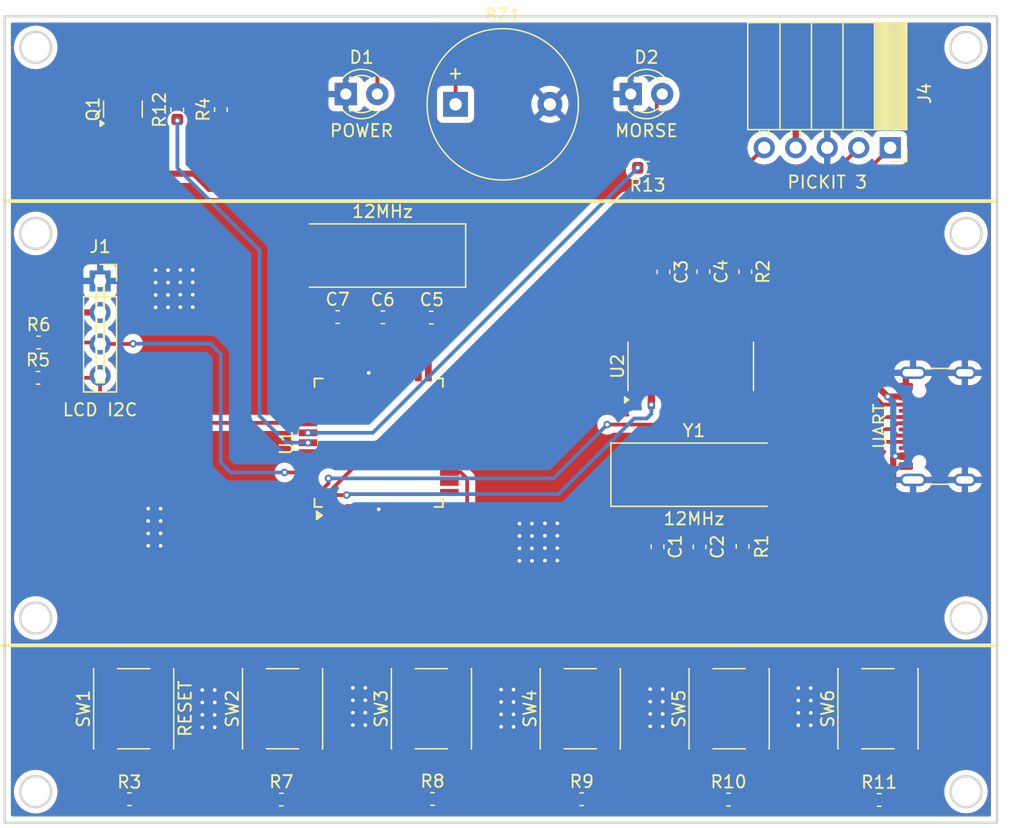
<source format=kicad_pcb>
(kicad_pcb (version 20240108) (generator "pcbnew") (generator_version "8.0")
  (layers (0 "F.Cu" signal) (31 "B.Cu" signal) (34 "B.Paste" user) (35 "F.Paste" user) (36 "B.SilkS" user "B.Silkscreen") (37 "F.SilkS" user "F.Silkscreen") (38 "B.Mask" user) (39 "F.Mask" user) (44 "Edge.Cuts" user))
  (net 0 "")
  (net 1 "Net-(U2-XI)")
  (net 2 "GND")
  (net 3 "Net-(U2-XO)")
  (net 4 "+5V")
  (net 5 "/D+")
  (net 6 "Net-(J2-CC1)")
  (net 7 "/D-")
  (net 9 "Net-(J2-CC2)")
  (net 11 "/TXD")
  (net 12 "/RXD")
  (net 45 "Net-(BZ1--)")
  (net 46 "Net-(U1-RA7{slash}OSC1{slash}CLKIN)")
  (net 47 "Net-(U1-RA6{slash}OSC2{slash}CLKOUT)")
  (net 48 "Net-(D1-A)")
  (net 49 "Net-(D2-A)")
  (net 50 "/SCL")
  (net 51 "/SDA")
  (net 52 "Net-(Q1-B)")
  (net 53 "/SW0")
  (net 54 "/SW1")
  (net 55 "/SW2")
  (net 56 "/SW3")
  (net 57 "/SW4")
  (net 58 "/BUZZER")
  (net 59 "/LED")
  (net 60 "/CLK")
  (net 61 "/DAT")
  (net 62 "/Vpp")
  (footprint "Connector_PinSocket_2.54mm:PinSocket_1x05_P2.54mm_Horizontal" (layer "F.Cu") (at 180.16 79.01 -90)
    (property "Reference" "J4")
    (property "Value" "Conn_01x05_Socket")
  )
  (footprint "Capacitor_SMD:C_0603_1608Metric" (layer "F.Cu") (at 155.29 131.53)
    (property "Reference" "R9")
    (property "Value" "10K")
  )
  (footprint "Capacitor_SMD:C_0603_1608Metric" (layer "F.Cu") (at 131.07 131.56)
    (property "Reference" "R7")
    (property "Value" "10K")
  )
  (footprint "Capacitor_SMD:C_0603_1608Metric" (layer "F.Cu") (at 161.4 111.175 -90)
    (property "Reference" "C1")
    (property "Value" "22p")
  )
  (footprint "LED_THT:LED_D3.0mm" (layer "F.Cu") (at 159.235 74.68)
    (property "Reference" "D2")
    (property "Value" "MORSE")
  )
  (footprint "Button_Switch_SMD:SW_Push_1P1T_NO_6x6mm_H9.5mm" (layer "F.Cu") (at 131.17 124.235 90)
    (property "Reference" "SW2")
    (property "Value" "SW_Push")
  )
  (footprint "Package_SO:SOIC-16_3.9x9.9mm_P1.27mm" (layer "F.Cu") (at 164.075 96.635 90)
    (property "Reference" "U2")
    (property "Value" "CH340G")
  )
  (footprint "Crystal:Crystal_SMD_HC49-SD" (layer "F.Cu") (at 139.23 87.7 180)
    (property "Reference" "Y2" (hide yes))
    (property "Value" "12MHz")
  )
  (footprint "Capacitor_SMD:C_0603_1608Metric" (layer "F.Cu") (at 118.83 131.53 180)
    (property "Reference" "R3")
    (property "Value" "10k")
  )
  (footprint "Capacitor_SMD:C_0603_1608Metric" (layer "F.Cu") (at 161.875 89.025 -90)
    (property "Reference" "C3")
    (property "Value" "10uF")
  )
  (footprint "Package_QFP:TQFP-44_10x10mm_P0.8mm" (layer "F.Cu") (at 138.92 102.79 90)
    (property "Reference" "U1")
    (property "Value" "PIC16F887-I_PT")
  )
  (footprint "Capacitor_SMD:C_0603_1608Metric" (layer "F.Cu") (at 167.125 131.56)
    (property "Reference" "R10")
    (property "Value" "10K")
  )
  (footprint "LED_THT:LED_D3.0mm" (layer "F.Cu") (at 136.27 74.68)
    (property "Reference" "D1")
    (property "Value" "POWER")
  )
  (footprint "Button_Switch_SMD:SW_Push_1P1T_NO_6x6mm_H9.5mm" (layer "F.Cu") (at 179.17 124.235 90)
    (property "Reference" "SW6")
    (property "Value" "SW_Push")
  )
  (footprint "Button_Switch_SMD:SW_Push_1P1T_NO_6x6mm_H9.5mm" (layer "F.Cu") (at 119.17 124.235 90)
    (property "Reference" "SW1")
    (property "Value" "RESET")
  )
  (footprint "Crystal:Crystal_SMD_HC49-SD" (layer "F.Cu") (at 164.34 105.37)
    (property "Reference" "Y1")
    (property "Value" "12MHz")
  )
  (footprint "Capacitor_SMD:C_0603_1608Metric" (layer "F.Cu") (at 143.26 131.51)
    (property "Reference" "R8")
    (property "Value" "10K")
  )
  (footprint "Connector_USB:USB_C_Receptacle_GCT_USB4105-xx-A_16P_TopMnt_Horizontal" (layer "F.Cu") (at 185.1 101.47 90)
    (property "Reference" "J2")
    (property "Value" "USB_C_Receptacle_USB2.0_16P")
  )
  (footprint "Capacitor_SMD:C_0603_1608Metric" (layer "F.Cu") (at 126.2 75.935 90)
    (property "Reference" "R4")
    (property "Value" "330")
  )
  (footprint "Button_Switch_SMD:SW_Push_1P1T_NO_6x6mm_H9.5mm" (layer "F.Cu") (at 167.17 124.235 90)
    (property "Reference" "SW5")
    (property "Value" "SW_Push")
  )
  (footprint "Capacitor_SMD:C_0603_1608Metric" (layer "F.Cu") (at 179.265 131.59)
    (property "Reference" "R11")
    (property "Value" "10K")
  )
  (footprint "Capacitor_SMD:C_0603_1608Metric" (layer "F.Cu") (at 168.475 89.005 -90)
    (property "Reference" "R2")
    (property "Value" "5.1K")
  )
  (footprint "Capacitor_SMD:C_0603_1608Metric" (layer "F.Cu") (at 111.51 94.71)
    (property "Reference" "R6")
    (property "Value" "4.7k")
  )
  (footprint "Capacitor_SMD:C_0603_1608Metric" (layer "F.Cu") (at 111.46 97.56)
    (property "Reference" "R5")
    (property "Value" "4.7k")
  )
  (footprint "Capacitor_SMD:C_0603_1608Metric" (layer "F.Cu") (at 164.79 111.185 -90)
    (property "Reference" "C2")
    (property "Value" "22p")
  )
  (footprint "Capacitor_SMD:C_0603_1608Metric" (layer "F.Cu") (at 143.15 92.7 180)
    (property "Reference" "C5")
    (property "Value" "100n")
  )
  (footprint "Capacitor_SMD:C_0603_1608Metric" (layer "F.Cu") (at 122.68 75.95 90)
    (property "Reference" "R12")
    (property "Value" "1K")
  )
  (footprint "Capacitor_SMD:C_0603_1608Metric" (layer "F.Cu") (at 135.61 92.66)
    (property "Reference" "C7")
    (property "Value" "22p")
  )
  (footprint "Button_Switch_SMD:SW_Push_1P1T_NO_6x6mm_H9.5mm" (layer "F.Cu") (at 143.17 124.235 90)
    (property "Reference" "SW3")
    (property "Value" "SW_Push")
  )
  (footprint "Package_TO_SOT_SMD:SOT-23" (layer "F.Cu") (at 118.3 75.8975 90)
    (property "Reference" "Q1")
    (property "Value" "S8550")
  )
  (footprint "Capacitor_SMD:C_0603_1608Metric" (layer "F.Cu") (at 160.58 80.63)
    (property "Reference" "R13")
    (property "Value" "330")
  )
  (footprint "Capacitor_SMD:C_0603_1608Metric" (layer "F.Cu") (at 165.095 88.995 -90)
    (property "Reference" "C4")
    (property "Value" "100nF")
  )
  (footprint "Connector_PinSocket_2.54mm:PinSocket_1x04_P2.54mm_Vertical" (layer "F.Cu") (at 116.46 89.75)
    (property "Reference" "J1")
    (property "Value" "LCD I2C")
  )
  (footprint "Capacitor_SMD:C_0603_1608Metric" (layer "F.Cu") (at 139.26 92.68 180)
    (property "Reference" "C6")
    (property "Value" "22p")
  )
  (footprint "Button_Switch_SMD:SW_Push_1P1T_NO_6x6mm_H9.5mm" (layer "F.Cu") (at 155.17 124.235 90)
    (property "Reference" "SW4")
    (property "Value" "SW_Push")
  )
  (footprint "Buzzer_Beeper:Buzzer_12x9.5RM7.6" (layer "F.Cu") (at 145.12 75.51)
    (property "Reference" "BZ1")
    (property "Value" "Buzzer")
  )
  (footprint "Capacitor_SMD:C_0603_1608Metric" (layer "F.Cu") (at 168.255 111.155 90)
    (property "Reference" "R1")
    (property "Value" "5.1K")
  )
  (gr_line (start 116.17 97.92) (end 116.17 89.32) (stroke (width 0.2)) (layer "F.SilkS"))
  (gr_line (start 108.712 83.312) (end 188.822 83.312) (stroke (width 0.3)) (layer "F.SilkS"))
  (gr_line (start 116.77 97.92) (end 116.17 97.92) (stroke (width 0.2)) (layer "F.SilkS"))
  (gr_line (start 108.542 119.126) (end 188.822 119.126) (stroke (width 0.3)) (layer "F.SilkS"))
  (gr_line (start 116.77 89.32) (end 116.77 97.92) (stroke (width 0.2)) (layer "F.SilkS"))
  (gr_line (start 116.17 89.32) (end 116.77 89.32) (stroke (width 0.2)) (layer "F.SilkS"))
  (gr_line (start 188.77 133.42) (end 188.77 68.42) (stroke (width 0.2)) (layer "Edge.Cuts"))
  (gr_circle (center 186.27 130.92) (end 187.52 130.92) (stroke (width 0.2)) (fill none) (layer "Edge.Cuts"))
  (gr_line (start 108.77 133.42) (end 108.77 68.42) (stroke (width 0.2)) (layer "Edge.Cuts"))
  (gr_circle (center 111.27 116.92) (end 112.52 116.92) (stroke (width 0.2)) (fill none) (layer "Edge.Cuts"))
  (gr_circle (center 111.27 130.92) (end 112.52 130.92) (stroke (width 0.2)) (fill none) (layer "Edge.Cuts"))
  (gr_circle (center 186.27 85.92) (end 187.52 85.92) (stroke (width 0.2)) (fill none) (layer "Edge.Cuts"))
  (gr_circle (center 111.27 85.92) (end 112.52 85.92) (stroke (width 0.2)) (fill none) (layer "Edge.Cuts"))
  (gr_circle (center 186.27 70.92) (end 187.52 70.92) (stroke (width 0.2)) (fill none) (layer "Edge.Cuts"))
  (gr_circle (center 111.27 70.92) (end 112.52 70.92) (stroke (width 0.2)) (fill none) (layer "Edge.Cuts"))
  (gr_circle (center 186.27 116.92) (end 187.52 116.92) (stroke (width 0.2)) (fill none) (layer "Edge.Cuts"))
  (gr_line (start 108.77 133.42) (end 188.77 133.42) (stroke (width 0.2)) (layer "Edge.Cuts"))
  (gr_line (start 188.77 68.42) (end 108.77 68.42) (stroke (width 0.2)) (layer "Edge.Cuts"))
  (segment (start 160.09 105.37) (end 160.09 106.05) (width 0.3) (layer "F.Cu") (net 1))
  (segment (start 161.4 107.36) (end 161.4 110.4) (width 0.3) (layer "F.Cu") (net 1))
  (segment (start 160.09 105.37) (end 161.52 105.37) (width 0.3) (layer "F.Cu") (net 1))
  (segment (start 167.25 99.64) (end 167.25 99.11) (width 0.3) (layer "F.Cu") (net 1))
  (segment (start 161.52 105.37) (end 167.25 99.64) (width 0.3) (layer "F.Cu") (net 1))
  (segment (start 160.09 106.05) (end 161.4 107.36) (width 0.3) (layer "F.Cu") (net 1))
  (via (at 136.84 124.55) (size 0.6) (drill 0.3) (layers "F.Cu" "B.Cu") (net 2))
  (via (at 161.81 124.66) (size 0.6) (drill 0.3) (layers "F.Cu" "B.Cu") (net 2))
  (via (at 121.34 111.1) (size 0.6) (drill 0.3) (layers "F.Cu" "B.Cu") (net 2))
  (via (at 151.27 111.31) (size 0.6) (drill 0.3) (layers "F.Cu" "B.Cu") (net 2))
  (via (at 160.81 122.66) (size 0.6) (drill 0.3) (layers "F.Cu" "B.Cu") (net 2))
  (via (at 122.93 91.86) (size 0.6) (drill 0.3) (layers "F.Cu" "B.Cu") (net 2))
  (via (at 120.34 110.1) (size 0.6) (drill 0.3) (layers "F.Cu" "B.Cu") (net 2))
  (via (at 160.81 123.66) (size 0.6) (drill 0.3) (layers "F.Cu" "B.Cu") (net 2))
  (via (at 138.12 97.16) (size 0.6) (drill 0.3) (layers "F.Cu" "B.Cu") (net 2))
  (via (at 152.32 111.29) (size 0.6) (drill 0.3) (layers "F.Cu" "B.Cu") (net 2))
  (via (at 137.84 122.55) (size 0.6) (drill 0.3) (layers "F.Cu" "B.Cu") (net 2))
  (via (at 153.32 110.29) (size 0.6) (drill 0.3) (layers "F.Cu" "B.Cu") (net 2))
  (via (at 120.34 111.1) (size 0.6) (drill 0.3) (layers "F.Cu" "B.Cu") (net 2))
  (via (at 149.79 122.69) (size 0.6) (drill 0.3) (layers "F.Cu" "B.Cu") (net 2))
  (via (at 120.34 108.1) (size 0.6) (drill 0.3) (layers "F.Cu" "B.Cu") (net 2))
  (via (at 160.81 125.66) (size 0.6) (drill 0.3) (layers "F.Cu" "B.Cu") (net 2))
  (via (at 150.27 110.31) (size 0.6) (drill 0.3) (layers "F.Cu" "B.Cu") (net 2))
  (via (at 120.94 88.88) (size 0.6) (drill 0.3) (layers "F.Cu" "B.Cu") (net 2))
  (via (at 151.27 110.31) (size 0.6) (drill 0.3) (layers "F.Cu" "B.Cu") (net 2))
  (via (at 121.34 108.1) (size 0.6) (drill 0.3) (layers "F.Cu" "B.Cu") (net 2))
  (via (at 121.94 88.88) (size 0.6) (drill 0.3) (layers "F.Cu" "B.Cu") (net 2))
  (via (at 121.94 89.88) (size 0.6) (drill 0.3) (layers "F.Cu" "B.Cu") (net 2))
  (via (at 173.75 125.57) (size 0.6) (drill 0.3) (layers "F.Cu" "B.Cu") (net 2))
  (via (at 123.93 91.86) (size 0.6) (drill 0.3) (layers "F.Cu" "B.Cu") (net 2))
  (via (at 161.81 123.66) (size 0.6) (drill 0.3) (layers "F.Cu" "B.Cu") (net 2))
  (via (at 172.75 122.57) (size 0.6) (drill 0.3) (layers "F.Cu" "B.Cu") (net 2))
  (via (at 136.84 122.55) (size 0.6) (drill 0.3) (layers "F.Cu" "B.Cu") (net 2))
  (via (at 152.32 112.29) (size 0.6) (drill 0.3) (layers "F.Cu" "B.Cu") (net 2))
  (via (at 123.93 89.86) (size 0.6) (drill 0.3) (layers "F.Cu" "B.Cu") (net 2))
  (via (at 122.93 88.86) (size 0.6) (drill 0.3) (layers "F.Cu" "B.Cu") (net 2))
  (via (at 121.34 109.1) (size 0.6) (drill 0.3) (layers "F.Cu" "B.Cu") (net 2))
  (via (at 120.94 89.88) (size 0.6) (drill 0.3) (layers "F.Cu" "B.Cu") (net 2))
  (via (at 124.7 122.73) (size 0.6) (drill 0.3) (layers "F.Cu" "B.Cu") (net 2))
  (via (at 149.79 123.69) (size 0.6) (drill 0.3) (layers "F.Cu" "B.Cu") (net 2))
  (via (at 120.94 91.88) (size 0.6) (drill 0.3) (layers "F.Cu" "B.Cu") (net 2))
  (via (at 150.27 111.31) (size 0.6) (drill 0.3) (layers "F.Cu" "B.Cu") (net 2))
  (via (at 148.79 123.69) (size 0.6) (drill 0.3) (layers "F.Cu" "B.Cu") (net 2))
  (via (at 137.84 123.55) (size 0.6) (drill 0.3) (layers "F.Cu" "B.Cu") (net 2))
  (via (at 161.81 122.66) (size 0.6) (drill 0.3) (layers "F.Cu" "B.Cu") (net 2))
  (via (at 137.84 125.55) (size 0.6) (drill 0.3) (layers "F.Cu" "B.Cu") (net 2))
  (via (at 120.34 109.1) (size 0.6) (drill 0.3) (layers "F.Cu" "B.Cu") (net 2))
  (via (at 121.94 91.88) (size 0.6) (drill 0.3) (layers "F.Cu" "B.Cu") (net 2))
  (via (at 150.27 112.31) (size 0.6) (drill 0.3) (layers "F.Cu" "B.Cu") (net 2))
  (via (at 153.32 111.29) (size 0.6) (drill 0.3) (layers "F.Cu" "B.Cu") (net 2))
  (via (at 160.81 124.66) (size 0.6) (drill 0.3) (layers "F.Cu" "B.Cu") (net 2))
  (via (at 173.75 122.57) (size 0.6) (drill 0.3) (layers "F.Cu" "B.Cu") (net 2))
  (via (at 172.75 123.57) (size 0.6) (drill 0.3) (layers "F.Cu" "B.Cu") (net 2))
  (via (at 150.27 109.31) (size 0.6) (drill 0.3) (layers "F.Cu" "B.Cu") (net 2))
  (via (at 148.79 125.69) (size 0.6) (drill 0.3) (layers "F.Cu" "B.Cu") (net 2))
  (via (at 123.93 88.86) (size 0.6) (drill 0.3) (layers "F.Cu" "B.Cu") (net 2))
  (via (at 138.92 108.16) (size 0.6) (drill 0.3) (layers "F.Cu" "B.Cu") (net 2))
  (via (at 121.34 110.1) (size 0.6) (drill 0.3) (layers "F.Cu" "B.Cu") (net 2))
  (via (at 148.79 124.69) (size 0.6) (drill 0.3) (layers "F.Cu" "B.Cu") (net 2))
  (via (at 173.75 123.57) (size 0.6) (drill 0.3) (layers "F.Cu" "B.Cu") (net 2))
  (via (at 136.84 123.55) (size 0.6) (drill 0.3) (layers "F.Cu" "B.Cu") (net 2))
  (via (at 149.79 124.69) (size 0.6) (drill 0.3) (layers "F.Cu" "B.Cu") (net 2))
  (via (at 124.7 125.73) (size 0.6) (drill 0.3) (layers "F.Cu" "B.Cu") (net 2))
  (via (at 122.93 89.86) (size 0.6) (drill 0.3) (layers "F.Cu" "B.Cu") (net 2))
  (via (at 125.7 122.73) (size 0.6) (drill 0.3) (layers "F.Cu" "B.Cu") (net 2))
  (via (at 122.93 90.86) (size 0.6) (drill 0.3) (layers "F.Cu" "B.Cu") (net 2))
  (via (at 125.7 124.73) (size 0.6) (drill 0.3) (layers "F.Cu" "B.Cu") (net 2))
  (via (at 148.79 122.69) (size 0.6) (drill 0.3) (layers "F.Cu" "B.Cu") (net 2))
  (via (at 125.7 125.73) (size 0.6) (drill 0.3) (layers "F.Cu" "B.Cu") (net 2))
  (via (at 151.27 109.31) (size 0.6) (drill 0.3) (layers "F.Cu" "B.Cu") (net 2))
  (via (at 153.32 112.29) (size 0.6) (drill 0.3) (layers "F.Cu" "B.Cu") (net 2))
  (via (at 123.93 90.86) (size 0.6) (drill 0.3) (layers "F.Cu" "B.Cu") (net 2))
  (via (at 124.7 124.73) (size 0.6) (drill 0.3) (layers "F.Cu" "B.Cu") (net 2))
  (via (at 121.94 90.88) (size 0.6) (drill 0.3) (layers "F.Cu" "B.Cu") (net 2))
  (via (at 120.94 90.88) (size 0.6) (drill 0.3) (layers "F.Cu" "B.Cu") (net 2))
  (via (at 172.75 125.57) (size 0.6) (drill 0.3) (layers "F.Cu" "B.Cu") (net 2))
  (via (at 136.84 125.55) (size 0.6) (drill 0.3) (layers "F.Cu" "B.Cu") (net 2))
  (via (at 172.75 124.57) (size 0.6) (drill 0.3) (layers "F.Cu" "B.Cu") (net 2))
  (via (at 153.32 109.29) (size 0.6) (drill 0.3) (layers "F.Cu" "B.Cu") (net 2))
  (via (at 124.7 123.73) (size 0.6) (drill 0.3) (layers "F.Cu" "B.Cu") (net 2))
  (via (at 149.79 125.69) (size 0.6) (drill 0.3) (layers "F.Cu" "B.Cu") (net 2))
  (via (at 137.84 124.55) (size 0.6) (drill 0.3) (layers "F.Cu" "B.Cu") (net 2))
  (via (at 125.7 123.73) (size 0.6) (drill 0.3) (layers "F.Cu" "B.Cu") (net 2))
  (via (at 151.27 112.31) (size 0.6) (drill 0.3) (layers "F.Cu" "B.Cu") (net 2))
  (via (at 152.32 110.29) (size 0.6) (drill 0.3) (layers "F.Cu" "B.Cu") (net 2))
  (via (at 161.81 125.66) (size 0.6) (drill 0.3) (layers "F.Cu" "B.Cu") (net 2))
  (via (at 152.32 109.29) (size 0.6) (drill 0.3) (layers "F.Cu" "B.Cu") (net 2))
  (via (at 173.75 124.57) (size 0.6) (drill 0.3) (layers "F.Cu" "B.Cu") (net 2))
  (segment (start 164.79 109.17) (end 164.79 110.41) (width 0.3) (layer "F.Cu") (net 3))
  (segment (start 168.59 105.37) (end 168.59 99.18) (width 0.3) (layer "F.Cu") (net 3))
  (segment (start 168.59 99.18) (end 168.52 99.11) (width 0.3) (layer "F.Cu") (net 3))
  (segment (start 168.59 105.37) (end 164.79 109.17) (width 0.3) (layer "F.Cu") (net 3))
  (segment (start 131.22 132.485) (end 142.135 132.485) (width 0.5) (layer "F.Cu") (net 4))
  (segment (start 165.095 88.22) (end 161.905 88.22) (width 0.5) (layer "F.Cu") (net 4))
  (segment (start 166.35 131.56) (end 167.35 132.56) (width 0.5) (layer "F.Cu") (net 4))
  (segment (start 110.685 94.76) (end 110.735 94.71) (width 0.5) (layer "F.Cu") (net 4))
  (segment (start 124.72 81.1) (end 126.2 79.62) (width 0.5) (layer "F.Cu") (net 4))
  (segment (start 180.56 103.87) (end 180.395 104.035) (width 0.5) (layer "F.Cu") (net 4))
  (segment (start 154.515 131.53) (end 155.44 132.455) (width 0.5) (layer "F.Cu") (net 4))
  (segment (start 172.66 91.78) (end 172.66 88.65) (width 0.5) (layer "F.Cu") (net 4))
  (segment (start 118.55 132.585) (end 119.605 131.53) (width 0.5) (layer "F.Cu") (net 4))
  (segment (start 179.415 132.515) (end 178.49 131.59) (width 0.5) (layer "F.Cu") (net 4))
  (segment (start 142.135 132.485) (end 142.485 132.135) (width 0.5) (layer "F.Cu") (net 4))
  (segment (start 125.26 82.32) (end 147 82.32) (width 0.5) (layer "F.Cu") (net 4))
  (segment (start 182.64 76.62) (end 180.6 74.58) (width 0.5) (layer "F.Cu") (net 4))
  (segment (start 175.3 74.58) (end 172.54 77.34) (width 0.5) (layer "F.Cu") (net 4))
  (segment (start 179.95 99.07) (end 181.42 99.07) (width 0.5) (layer "F.Cu") (net 4))
  (segment (start 179.09 86.65) (end 182.64 83.1) (width 0.5) (layer "F.Cu") (net 4))
  (segment (start 139.72 108.49) (end 139.72 116.058) (width 0.5) (layer "F.Cu") (net 4))
  (segment (start 177.52 132.56) (end 178.49 131.59) (width 0.5) (layer "F.Cu") (net 4))
  (segment (start 110.735 94.71) (end 110.735 93.565) (width 0.5) (layer "F.Cu") (net 4))
  (segment (start 110.685 97.56) (end 110.685 99.1) (width 0.5) (layer "F.Cu") (net 4))
  (segment (start 180.395 104.035) (end 180.395 114.945) (width 0.5) (layer "F.Cu") (net 4))
  (segment (start 166.335 86.98) (end 165.095 88.22) (width 0.5) (layer "F.Cu") (net 4))
  (segment (start 161.905 88.22) (end 161.875 88.25) (width 0.5) (layer "F.Cu") (net 4))
  (segment (start 119.605 131.53) (end 130.265 131.53) (width 0.5) (layer "F.Cu") (net 4))
  (segment (start 165.455 132.455) (end 166.35 131.56) (width 0.5) (layer "F.Cu") (net 4))
  (segment (start 179.95 99.07) (end 179.74 98.86) (width 0.5) (layer "F.Cu") (net 4))
  (segment (start 148.95 84.27) (end 148.95 87.93) (width 0.5) (layer "F.Cu") (net 4))
  (segment (start 138.92 95.965) (end 138.92 97.09) (width 0.5) (layer "F.Cu") (net 4))
  (segment (start 112.01 92.29) (end 113.62 92.29) (width 0.5) (layer "F.Cu") (net 4))
  (segment (start 159.63 88.9) (end 159.63 94.16) (width 0.5) (layer "F.Cu") (net 4))
  (segment (start 179.09 98.21) (end 179.09 86.65) (width 0.5) (layer "F.Cu") (net 4))
  (segment (start 180.395 114.945) (end 183.61 118.16) (width 0.5) (layer "F.Cu") (net 4))
  (segment (start 172.66 88.65) (end 170.99 86.98) (width 0.5) (layer "F.Cu") (net 4))
  (segment (start 153.485 132.56) (end 154.515 131.53) (width 0.5) (layer "F.Cu") (net 4))
  (segment (start 126.2 79.62) (end 126.2 76.71) (width 0.5) (layer "F.Cu") (net 4))
  (segment (start 110.735 93.565) (end 112.01 92.29) (width 0.5) (layer "F.Cu") (net 4))
  (segment (start 139.635 95.25) (end 138.92 95.965) (width 0.5) (layer "F.Cu") (net 4))
  (segment (start 117.35 81.1) (end 124.04 81.1) (width 0.5) (layer "F.Cu") (net 4))
  (segment (start 130.295 131.56) (end 131.22 132.485) (width 0.5) (layer "F.Cu") (net 4))
  (segment (start 172.54 77.34) (end 172.54 79.01) (width 0.5) (layer "F.Cu") (net 4))
  (segment (start 110.685 99.1) (end 113.277431 101.692431) (width 0.5) (layer "F.Cu") (net 4))
  (segment (start 179.74 98.86) (end 172.66 91.78) (width 0.5) (layer "F.Cu") (net 4))
  (segment (start 113.277431 129.307431) (end 116.555 132.585) (width 0.5) (layer "F.Cu") (net 4))
  (segment (start 132.737 118.618) (end 130.295 121.06) (width 0.5) (layer "F.Cu") (net 4))
  (segment (start 183.61 131.98) (end 183.075 132.515) (width 0.5) (layer "F.Cu") (net 4))
  (segment (start 170.99 86.98) (end 166.335 86.98) (width 0.5) (layer "F.Cu") (net 4))
  (segment (start 113.277431 101.692431) (end 113.277431 129.307431) (width 0.5) (layer "F.Cu") (net 4))
  (segment (start 181.42 103.87) (end 181.41 103.86) (width 0.5) (layer "F.Cu") (net 4))
  (segment (start 179.74 98.86) (end 179.09 98.21) (width 0.5) (layer "F.Cu") (net 4))
  (segment (start 141.63 95.25) (end 139.635 95.25) (width 0.5) (layer "F.Cu") (net 4))
  (segment (start 183.61 118.16) (end 183.61 131.98) (width 0.5) (layer "F.Cu") (net 4))
  (segment (start 117.35 81.1) (end 117.35 76.835) (width 0.5) (layer "F.Cu") (net 4))
  (segment (start 124.04 81.1) (end 124.72 81.1) (width 0.5) (layer "F.Cu") (net 4))
  (segment (start 130.295 121.06) (end 130.295 131.56) (width 0.5) (layer "F.Cu") (net 4))
  (segment (start 142.485 131.51) (end 143.535 132.56) (width 0.5) (layer "F.Cu") (net 4))
  (segment (start 182.64 83.1) (end 182.64 76.62) (width 0.5) (layer "F.Cu") (net 4))
  (segment (start 116.555 132.585) (end 118.55 132.585) (width 0.5) (layer "F.Cu") (net 4))
  (segment (start 113.62 92.29) (end 116.46 92.29) (width 0.5) (layer "F.Cu") (net 4))
  (segment (start 180.57 103.86) (end 180.56 103.87) (width 0.5) (layer "F.Cu") (net 4))
  (segment (start 117.095 76.58) (end 117.35 76.835) (width 0.5) (layer "F.Cu") (net 4))
  (segment (start 183.075 132.515) (end 179.415 132.515) (width 0.5) (layer "F.Cu") (net 4))
  (segment (start 110.685 97.56) (end 110.685 94.76) (width 0.5) (layer "F.Cu") (net 4))
  (segment (start 139.72 116.058) (end 137.16 118.618) (width 0.5) (layer "F.Cu") (net 4))
  (segment (start 142.485 132.135) (end 142.485 131.51) (width 0.5) (layer "F.Cu") (net 4))
  (segment (start 161.875 88.25) (end 160.28 88.25) (width 0.5) (layer "F.Cu") (net 4))
  (segment (start 124.04 81.1) (end 125.26 82.32) (width 0.5) (layer "F.Cu") (net 4))
  (segment (start 113.62 84.83) (end 117.35 81.1) (width 0.5) (layer "F.Cu") (net 4))
  (segment (start 130.265 131.53) (end 130.295 131.56) (width 0.5) (layer "F.Cu") (net 4))
  (segment (start 113.62 92.29) (end 113.62 84.83) (width 0.5) (layer "F.Cu") (net 4))
  (segment (start 181.41 103.86) (end 180.57 103.86) (width 0.5) (layer "F.Cu") (net 4))
  (segment (start 143.535 132.56) (end 153.485 132.56) (width 0.5) (layer "F.Cu") (net 4))
  (segment (start 167.35 132.56) (end 177.52 132.56) (width 0.5) (layer "F.Cu") (net 4))
  (segment (start 155.44 132.455) (end 165.455 132.455) (width 0.5) (layer "F.Cu") (net 4))
  (segment (start 180.6 74.58) (end 175.3 74.58) (width 0.5) (layer "F.Cu") (net 4))
  (segment (start 160.28 88.25) (end 159.63 88.9) (width 0.5) (layer "F.Cu") (net 4))
  (segment (start 147 82.32) (end 148.95 84.27) (width 0.5) (layer "F.Cu") (net 4))
  (segment (start 137.16 118.618) (end 132.737 118.618) (width 0.5) (layer "F.Cu") (net 4))
  (segment (start 148.95 87.93) (end 141.63 95.25) (width 0.5) (layer "F.Cu") (net 4))
  (via (at 179.95 99.07) (size 0.6) (drill 0.3) (layers "F.Cu" "B.Cu") (net 4))
  (via (at 180.56 103.87) (size 0.6) (drill 0.3) (layers "F.Cu" "B.Cu") (net 4))
  (segment (start 180.4 103.71) (end 180.56 103.87) (width 0.5) (layer "B.Cu") (net 4))
  (segment (start 180.4 99.52) (end 180.4 103.71) (width 0.5) (layer "B.Cu") (net 4))
  (segment (start 179.95 99.07) (end 180.4 99.52) (width 0.5) (layer "B.Cu") (net 4))
  (segment (start 164.71 98.135001) (end 165.817001 97.028) (width 0.3) (layer "F.Cu") (net 5))
  (segment (start 181.42 100.72) (end 182.09812 100.72) (width 0.3) (layer "F.Cu") (net 5))
  (segment (start 182.345 101.535) (end 182.16 101.72) (width 0.3) (layer "F.Cu") (net 5))
  (segment (start 182.09812 100.72) (end 182.345 100.96688) (width 0.3) (layer "F.Cu") (net 5))
  (segment (start 175.618 97.028) (end 179.31 100.72) (width 0.3) (layer "F.Cu") (net 5))
  (segment (start 165.817001 97.028) (end 175.618 97.028) (width 0.3) (layer "F.Cu") (net 5))
  (segment (start 182.345 100.96688) (end 182.345 101.535) (width 0.3) (layer "F.Cu") (net 5))
  (segment (start 179.31 100.72) (end 181.42 100.72) (width 0.3) (layer "F.Cu") (net 5))
  (segment (start 182.16 101.72) (end 181.42 101.72) (width 0.3) (layer "F.Cu") (net 5))
  (segment (start 164.71 99.11) (end 164.71 98.135001) (width 0.3) (layer "F.Cu") (net 5))
  (segment (start 177.71 102.72) (end 181.42 102.72) (width 0.3) (layer "F.Cu") (net 6))
  (segment (start 170.05 110.38) (end 177.71 102.72) (width 0.3) (layer "F.Cu") (net 6))
  (segment (start 168.255 110.38) (end 170.05 110.38) (width 0.3) (layer "F.Cu") (net 6))
  (segment (start 180.74188 102.22) (end 181.42 102.22) (width 0.3) (layer "F.Cu") (net 7))
  (segment (start 166.579001 97.536) (end 174.156 97.536) (width 0.3) (layer "F.Cu") (net 7))
  (segment (start 180.25 101.72812) (end 180.74188 102.22) (width 0.3) (layer "F.Cu") (net 7))
  (segment (start 165.98 99.11) (end 165.98 98.135001) (width 0.3) (layer "F.Cu") (net 7))
  (segment (start 181.42 101.22) (end 180.72 101.22) (width 0.3) (layer "F.Cu") (net 7))
  (segment (start 178.31 101.69) (end 180.25 101.69) (width 0.3) (layer "F.Cu") (net 7))
  (segment (start 165.98 98.135001) (end 166.579001 97.536) (width 0.3) (layer "F.Cu") (net 7))
  (segment (start 180.72 101.22) (end 180.25 101.69) (width 0.3) (layer "F.Cu") (net 7))
  (segment (start 180.25 101.69) (end 180.25 101.72812) (width 0.3) (layer "F.Cu") (net 7))
  (segment (start 174.156 97.536) (end 178.31 101.69) (width 0.3) (layer "F.Cu") (net 7))
  (segment (start 179.57 99.72) (end 181.42 99.72) (width 0.3) (layer "F.Cu") (net 9))
  (segment (start 171.98 92.13) (end 179.57 99.72) (width 0.3) (layer "F.Cu") (net 9))
  (segment (start 171.98 89.12) (end 171.98 92.13) (width 0.3) (layer "F.Cu") (net 9))
  (segment (start 171.09 88.23) (end 171.98 89.12) (width 0.3) (layer "F.Cu") (net 9))
  (segment (start 168.475 88.23) (end 171.09 88.23) (width 0.3) (layer "F.Cu") (net 9))
  (segment (start 135.475 107.01) (end 134.92 107.565) (width 0.3) (layer "F.Cu") (net 11))
  (segment (start 136.34 107.01) (end 135.475 107.01) (width 0.3) (layer "F.Cu") (net 11))
  (segment (start 134.92 107.565) (end 134.92 108.49) (width 0.3) (layer "F.Cu") (net 11))
  (via (at 136.34 107.01) (size 0.6) (drill 0.3) (layers "F.Cu" "B.Cu") (net 11))
  (via (at 160.9 99.73) (size 0.6) (drill 0.3) (layers "F.Cu" "B.Cu") (net 11))
  (segment (start 153.416 106.934) (end 159.512 100.838) (width 0.3) (layer "B.Cu") (net 11))
  (segment (start 159.512 100.838) (end 160.528 100.838) (width 0.3) (layer "B.Cu") (net 11))
  (segment (start 136.416 106.934) (end 153.416 106.934) (width 0.3) (layer "B.Cu") (net 11))
  (segment (start 160.9 100.466) (end 160.9 99.73) (width 0.3) (layer "B.Cu") (net 11))
  (segment (start 160.528 100.838) (end 160.9 100.466) (width 0.3) (layer "B.Cu") (net 11))
  (segment (start 136.34 107.01) (end 136.416 106.934) (width 0.3) (layer "B.Cu") (net 11))
  (segment (start 157.34 101.33) (end 161.16 101.33) (width 0.3) (layer "F.Cu") (net 12))
  (segment (start 162.17 100.32) (end 162.17 99.11) (width 0.3) (layer "F.Cu") (net 12))
  (segment (start 134.874 105.664) (end 134.874 106.061) (width 0.3) (layer "F.Cu") (net 12))
  (segment (start 134.874 106.061) (end 134.145 106.79) (width 0.3) (layer "F.Cu") (net 12))
  (segment (start 134.145 106.79) (end 133.22 106.79) (width 0.3) (layer "F.Cu") (net 12))
  (segment (start 161.16 101.33) (end 162.17 100.32) (width 0.3) (layer "F.Cu") (net 12))
  (via (at 134.874 105.664) (size 0.6) (drill 0.3) (layers "F.Cu" "B.Cu") (net 12))
  (via (at 157.34 101.33) (size 0.6) (drill 0.3) (layers "F.Cu" "B.Cu") (net 12))
  (segment (start 153.006 105.664) (end 157.34 101.33) (width 0.3) (layer "B.Cu") (net 12))
  (segment (start 134.874 105.664) (end 153.006 105.664) (width 0.3) (layer "B.Cu") (net 12))
  (segment (start 143.13 69.63) (end 143.13 69.64) (width 0.3) (layer "F.Cu") (net 45))
  (segment (start 118.3 74.96) (end 123.63 69.63) (width 0.3) (layer "F.Cu") (net 45))
  (segment (start 145.12 71.63) (end 145.12 75.51) (width 0.3) (layer "F.Cu") (net 45))
  (segment (start 143.13 69.64) (end 145.12 71.63) (width 0.3) (layer "F.Cu") (net 45))
  (segment (start 123.63 69.63) (end 143.13 69.63) (width 0.3) (layer "F.Cu") (net 45))
  (segment (start 137.32 95.449408) (end 143.48 89.289408) (width 0.3) (layer "F.Cu") (net 46))
  (segment (start 137.32 97.09) (end 137.32 95.449408) (width 0.3) (layer "F.Cu") (net 46))
  (segment (start 143.48 89.289408) (end 143.48 87.7) (width 0.3) (layer "F.Cu") (net 46))
  (segment (start 134.98 92.37) (end 134.98 87.7) (width 0.3) (layer "F.Cu") (net 47))
  (segment (start 134.835 92.515) (end 134.98 92.37) (width 0.3) (layer "F.Cu") (net 47))
  (segment (start 136.52 94.345) (end 136.52 97.09) (width 0.3) (layer "F.Cu") (net 47))
  (segment (start 134.835 92.66) (end 134.835 92.515) (width 0.3) (layer "F.Cu") (net 47))
  (segment (start 134.835 92.66) (end 136.52 94.345) (width 0.3) (layer "F.Cu") (net 47))
  (segment (start 126.2 75.16) (end 126.2 73) (width 0.3) (layer "F.Cu") (net 48))
  (segment (start 126.2 73) (end 128.38 70.82) (width 0.3) (layer "F.Cu") (net 48))
  (segment (start 136.99 70.82) (end 138.81 72.64) (width 0.3) (layer "F.Cu") (net 48))
  (segment (start 128.38 70.82) (end 136.99 70.82) (width 0.3) (layer "F.Cu") (net 48))
  (segment (start 138.81 72.64) (end 138.81 74.68) (width 0.3) (layer "F.Cu") (net 48))
  (segment (start 161.335 80.61) (end 161.335 75.12) (width 0.3) (layer "F.Cu") (net 49))
  (segment (start 161.355 80.63) (end 161.335 80.61) (width 0.3) (layer "F.Cu") (net 49))
  (segment (start 161.335 75.12) (end 161.775 74.68) (width 0.3) (layer "F.Cu") (net 49))
  (segment (start 112.235 97.56) (end 116.27 97.56) (width 0.3) (layer "F.Cu") (net 50))
  (segment (start 117.81 101.19) (end 133.22 101.19) (width 0.3) (layer "F.Cu") (net 50))
  (segment (start 116.27 97.56) (end 116.46 97.37) (width 0.3) (layer "F.Cu") (net 50))
  (segment (start 116.46 97.37) (end 116.46 99.84) (width 0.3) (layer "F.Cu") (net 50))
  (segment (start 116.46 99.84) (end 117.81 101.19) (width 0.3) (layer "F.Cu") (net 50))
  (segment (start 116.34 94.71) (end 116.46 94.83) (width 0.3) (layer "F.Cu") (net 51))
  (segment (start 112.285 94.71) (end 116.34 94.71) (width 0.3) (layer "F.Cu") (net 51))
  (segment (start 133.22 105.19) (end 131.33 105.19) (width 0.3) (layer "F.Cu") (net 51))
  (segment (start 119.09 94.83) (end 119.11 94.81) (width 0.3) (layer "F.Cu") (net 51))
  (segment (start 116.46 94.83) (end 119.09 94.83) (width 0.3) (layer "F.Cu") (net 51))
  (via (at 119.11 94.81) (size 0.6) (drill 0.3) (layers "F.Cu" "B.Cu") (net 51))
  (via (at 131.33 105.19) (size 0.6) (drill 0.3) (layers "F.Cu" "B.Cu") (net 51))
  (segment (start 126.19 104.38) (end 127 105.19) (width 0.3) (layer "B.Cu") (net 51))
  (segment (start 127 105.19) (end 131.33 105.19) (width 0.3) (layer "B.Cu") (net 51))
  (segment (start 125.36 94.81) (end 126.19 95.64) (width 0.3) (layer "B.Cu") (net 51))
  (segment (start 119.11 94.81) (end 125.36 94.81) (width 0.3) (layer "B.Cu") (net 51))
  (segment (start 126.19 95.64) (end 126.19 104.38) (width 0.3) (layer "B.Cu") (net 51))
  (segment (start 120.91 75.175) (end 119.25 76.835) (width 0.3) (layer "F.Cu") (net 52))
  (segment (start 122.68 75.175) (end 120.91 75.175) (width 0.3) (layer "F.Cu") (net 52))
  (segment (start 133.42 120.26) (end 136.88 120.26) (width 0.3) (layer "F.Cu") (net 53))
  (segment (start 131.845 131.56) (end 131.845 129.785) (width 0.3) (layer "F.Cu") (net 53))
  (segment (start 136.88 120.26) (end 140.52 116.62) (width 0.3) (layer "F.Cu") (net 53))
  (segment (start 140.52 116.62) (end 140.52 108.49) (width 0.3) (layer "F.Cu") (net 53))
  (segment (start 133.42 120.26) (end 133.42 128.21) (width 0.3) (layer "F.Cu") (net 53))
  (segment (start 131.845 129.785) (end 133.42 128.21) (width 0.3) (layer "F.Cu") (net 53))
  (segment (start 145.2 120.26) (end 145.42 120.26) (width 0.3) (layer "F.Cu") (net 54))
  (segment (start 144.035 129.595) (end 145.42 128.21) (width 0.3) (layer "F.Cu") (net 54))
  (segment (start 144.035 131.51) (end 144.035 129.595) (width 0.3) (layer "F.Cu") (net 54))
  (segment (start 141.32 108.49) (end 141.32 116.38) (width 0.3) (layer "F.Cu") (net 54))
  (segment (start 145.42 120.26) (end 145.42 128.21) (width 0.3) (layer "F.Cu") (net 54))
  (segment (start 141.32 116.38) (end 145.2 120.26) (width 0.3) (layer "F.Cu") (net 54))
  (segment (start 142.12 108.49) (end 142.12 115.704) (width 0.3) (layer "F.Cu") (net 55))
  (segment (start 144.546 118.13) (end 155.2 118.13) (width 0.3) (layer "F.Cu") (net 55))
  (segment (start 142.12 115.704) (end 144.546 118.13) (width 0.3) (layer "F.Cu") (net 55))
  (segment (start 157.42 120.26) (end 157.42 128.21) (width 0.3) (layer "F.Cu") (net 55))
  (segment (start 157.33 120.26) (end 157.42 120.26) (width 0.3) (layer "F.Cu") (net 55))
  (segment (start 155.2 118.13) (end 157.33 120.26) (width 0.3) (layer "F.Cu") (net 55))
  (segment (start 156.065 131.53) (end 156.065 129.565) (width 0.3) (layer "F.Cu") (net 55))
  (segment (start 156.065 129.565) (end 157.42 128.21) (width 0.3) (layer "F.Cu") (net 55))
  (segment (start 166.1 116.94) (end 169.42 120.26) (width 0.3) (layer "F.Cu") (net 56))
  (segment (start 142.92 114.98) (end 144.88 116.94) (width 0.3) (layer "F.Cu") (net 56))
  (segment (start 144.88 116.94) (end 166.1 116.94) (width 0.3) (layer "F.Cu") (net 56))
  (segment (start 142.92 108.49) (end 142.92 114.98) (width 0.3) (layer "F.Cu") (net 56))
  (segment (start 167.9 131.56) (end 167.9 129.73) (width 0.3) (layer "F.Cu") (net 56))
  (segment (start 167.9 129.73) (end 169.42 128.21) (width 0.3) (layer "F.Cu") (net 56))
  (segment (start 169.42 120.26) (end 169.42 128.21) (width 0.3) (layer "F.Cu") (net 56))
  (segment (start 181.42 120.26) (end 181.42 128.21) (width 0.3) (layer "F.Cu") (net 57))
  (segment (start 146.05 113.78) (end 148.03 115.76) (width 0.3) (layer "F.Cu") (net 57))
  (segment (start 176.92 115.76) (end 181.42 120.26) (width 0.3) (layer "F.Cu") (net 57))
  (segment (start 180.04 129.59) (end 181.42 128.21) (width 0.3) (layer "F.Cu") (net 57))
  (segment (start 146.05 105.695) (end 146.05 113.78) (width 0.3) (layer "F.Cu") (net 57))
  (segment (start 148.03 115.76) (end 176.92 115.76) (width 0.3) (layer "F.Cu") (net 57))
  (segment (start 145.545 105.19) (end 146.05 105.695) (width 0.3) (layer "F.Cu") (net 57))
  (segment (start 180.04 131.59) (end 180.04 129.59) (width 0.3) (layer "F.Cu") (net 57))
  (segment (start 144.62 105.19) (end 145.545 105.19) (width 0.3) (layer "F.Cu") (net 57))
  (via (at 133.22 102.79) (size 0.6) (drill 0.3) (layers "F.Cu" "B.Cu") (net 58))
  (via (at 122.69 76.825) (size 0.6) (drill 0.3) (layers "F.Cu" "B.Cu") (net 58))
  (segment (start 133.22 102.79) (end 131.47 102.79) (width 0.3) (layer "B.Cu") (net 58))
  (segment (start 122.69 80.65) (end 122.69 76.825) (width 0.3) (layer "B.Cu") (net 58))
  (segment (start 131.47 102.79) (end 129.31 100.63) (width 0.3) (layer "B.Cu") (net 58))
  (segment (start 129.31 87.27) (end 122.69 80.65) (width 0.3) (layer "B.Cu") (net 58))
  (segment (start 129.31 100.63) (end 129.31 87.27) (width 0.3) (layer "B.Cu") (net 58))
  (via (at 133.22 101.99) (size 0.6) (drill 0.3) (layers "F.Cu" "B.Cu") (net 59))
  (via (at 159.805 80.63) (size 0.6) (drill 0.3) (layers "F.Cu" "B.Cu") (net 59))
  (segment (start 138.445 101.99) (end 133.22 101.99) (width 0.3) (layer "B.Cu") (net 59))
  (segment (start 159.805 80.63) (end 138.445 101.99) (width 0.3) (layer "B.Cu") (net 59))
  (segment (start 159.34 84.84) (end 174.33 84.84) (width 0.3) (layer "F.Cu") (net 60))
  (segment (start 144.62 103.59) (end 145.67 103.59) (width 0.3) (layer "F.Cu") (net 60))
  (segment (start 147.35 96.83) (end 159.34 84.84) (width 0.3) (layer "F.Cu") (net 60))
  (segment (start 174.33 84.84) (end 180.16 79.01) (width 0.3) (layer "F.Cu") (net 60))
  (segment (start 147.35 101.91) (end 147.35 96.83) (width 0.3) (layer "F.Cu") (net 60))
  (segment (start 145.67 103.59) (end 147.35 101.91) (width 0.3) (layer "F.Cu") (net 60))
  (segment (start 159.09 84.06) (end 172.57 84.06) (width 0.3) (layer "F.Cu") (net 61))
  (segment (start 172.57 84.06) (end 177.62 79.01) (width 0.3) (layer "F.Cu") (net 61))
  (segment (start 144.62 102.79) (end 145.452106 102.79) (width 0.3) (layer "F.Cu") (net 61))
  (segment (start 146.79 101.452106) (end 146.79 96.36) (width 0.3) (layer "F.Cu") (net 61))
  (segment (start 145.452106 102.79) (end 146.79 101.452106) (width 0.3) (layer "F.Cu") (net 61))
  (segment (start 146.79 96.36) (end 159.09 84.06) (width 0.3) (layer "F.Cu") (net 61))
  (segment (start 146.29 101.245) (end 146.29 95.76) (width 0.3) (layer "F.Cu") (net 62))
  (segment (start 145.545 101.99) (end 146.29 101.245) (width 0.3) (layer "F.Cu") (net 62))
  (segment (start 158.86 83.19) (end 165.82 83.19) (width 0.3) (layer "F.Cu") (net 62))
  (segment (start 139.69 101.99) (end 121.42 120.26) (width 0.3) (layer "F.Cu") (net 62))
  (segment (start 118.055 131.53) (end 118.1 131.53) (width 0.3) (layer "F.Cu") (net 62))
  (segment (start 121.42 120.26) (end 121.42 128.21) (width 0.3) (layer "F.Cu") (net 62))
  (segment (start 165.82 83.19) (end 170 79.01) (width 0.3) (layer "F.Cu") (net 62))
  (segment (start 144.62 101.99) (end 139.69 101.99) (width 0.3) (layer "F.Cu") (net 62))
  (segment (start 146.29 95.76) (end 158.86 83.19) (width 0.3) (layer "F.Cu") (net 62))
  (segment (start 118.1 131.53) (end 121.42 128.21) (width 0.3) (layer "F.Cu") (net 62))
  (segment (start 144.62 101.99) (end 145.545 101.99) (width 0.3) (layer "F.Cu") (net 62))
  (zone (net 0) (net_name "") (layer "F.Cu") (connect_pads (clearance 0)) (min_thickness 0.25)
    (keepout (tracks allowed) (vias allowed) (pads allowed) (copperpour not_allowed) (footprints allowed))
    (fill (thermal_gap 0.5) (thermal_bridge_width 0.5))
    (polygon (pts (xy 146.44 115.36) (xy 146.51 120.37) (xy 140.84 116.13) (xy 141.2 113.67)))
  )
  (zone (net 0) (net_name "") (layer "F.Cu") (connect_pads (clearance 0)) (min_thickness 0.25)
    (keepout (tracks allowed) (vias allowed) (pads allowed) (copperpour not_allowed) (footprints allowed))
    (fill (thermal_gap 0.5) (thermal_bridge_width 0.5))
    (polygon (pts (xy 148.844 83.312) (xy 157.988 83.312) (xy 146.73 97.87) (xy 143.5 98.64) (xy 139.04 94.63) (xy 140.85 92.37) (xy 144.94 92.34) (xy 148.77 88.61)))
  )
  (zone (net 2) (net_name "GND") (layers "F&B.Cu") (connect_pads (clearance 0.5)) (min_thickness 0.25) (fill yes (thermal_gap 0.5) (thermal_bridge_width 0.5))
    (polygon (pts (xy 108.78 68.44) (xy 188.76 68.43) (xy 188.76 133.42) (xy 108.79 133.42)))
  )
)
</source>
